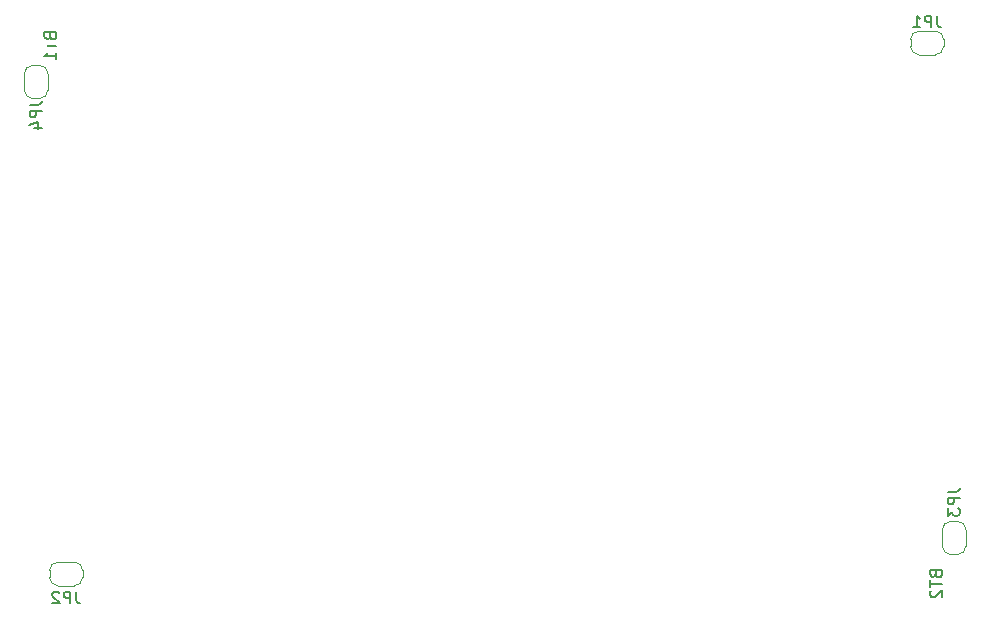
<source format=gbo>
%TF.GenerationSoftware,KiCad,Pcbnew,7.0.2-6a45011f42~172~ubuntu20.04.1*%
%TF.CreationDate,2023-07-24T18:38:05+02:00*%
%TF.ProjectId,pongCard,706f6e67-4361-4726-942e-6b696361645f,rev?*%
%TF.SameCoordinates,Original*%
%TF.FileFunction,Legend,Bot*%
%TF.FilePolarity,Positive*%
%FSLAX46Y46*%
G04 Gerber Fmt 4.6, Leading zero omitted, Abs format (unit mm)*
G04 Created by KiCad (PCBNEW 7.0.2-6a45011f42~172~ubuntu20.04.1) date 2023-07-24 18:38:05*
%MOMM*%
%LPD*%
G01*
G04 APERTURE LIST*
G04 Aperture macros list*
%AMFreePoly0*
4,1,19,0.500000,-0.750000,0.000000,-0.750000,0.000000,-0.744911,-0.071157,-0.744911,-0.207708,-0.704816,-0.327430,-0.627875,-0.420627,-0.520320,-0.479746,-0.390866,-0.500000,-0.250000,-0.500000,0.250000,-0.479746,0.390866,-0.420627,0.520320,-0.327430,0.627875,-0.207708,0.704816,-0.071157,0.744911,0.000000,0.744911,0.000000,0.750000,0.500000,0.750000,0.500000,-0.750000,0.500000,-0.750000,
$1*%
%AMFreePoly1*
4,1,19,0.000000,0.744911,0.071157,0.744911,0.207708,0.704816,0.327430,0.627875,0.420627,0.520320,0.479746,0.390866,0.500000,0.250000,0.500000,-0.250000,0.479746,-0.390866,0.420627,-0.520320,0.327430,-0.627875,0.207708,-0.704816,0.071157,-0.744911,0.000000,-0.744911,0.000000,-0.750000,-0.500000,-0.750000,-0.500000,0.750000,0.000000,0.750000,0.000000,0.744911,0.000000,0.744911,
$1*%
G04 Aperture macros list end*
%ADD10C,0.150000*%
%ADD11C,0.120000*%
%ADD12C,0.100000*%
%ADD13O,1.200000X1.900000*%
%ADD14C,1.450000*%
%ADD15R,2.500000X1.100000*%
%ADD16O,2.500000X1.100000*%
%ADD17O,1.100000X2.500000*%
%ADD18C,1.700000*%
%ADD19O,1.700000X1.700000*%
%ADD20R,1.727200X1.727200*%
%ADD21O,1.727200X1.727200*%
%ADD22C,2.000000*%
%ADD23C,1.600000*%
%ADD24C,0.900000*%
%ADD25R,2.000000X2.000000*%
%ADD26FreePoly0,270.000000*%
%ADD27FreePoly1,270.000000*%
%ADD28FreePoly0,90.000000*%
%ADD29FreePoly1,90.000000*%
%ADD30FreePoly0,180.000000*%
%ADD31FreePoly1,180.000000*%
%ADD32FreePoly0,0.000000*%
%ADD33FreePoly1,0.000000*%
G04 APERTURE END LIST*
D10*
X64305809Y-64266285D02*
X64353428Y-64409142D01*
X64353428Y-64409142D02*
X64401047Y-64456761D01*
X64401047Y-64456761D02*
X64496285Y-64504380D01*
X64496285Y-64504380D02*
X64639142Y-64504380D01*
X64639142Y-64504380D02*
X64734380Y-64456761D01*
X64734380Y-64456761D02*
X64782000Y-64409142D01*
X64782000Y-64409142D02*
X64829619Y-64313904D01*
X64829619Y-64313904D02*
X64829619Y-63932952D01*
X64829619Y-63932952D02*
X63829619Y-63932952D01*
X63829619Y-63932952D02*
X63829619Y-64266285D01*
X63829619Y-64266285D02*
X63877238Y-64361523D01*
X63877238Y-64361523D02*
X63924857Y-64409142D01*
X63924857Y-64409142D02*
X64020095Y-64456761D01*
X64020095Y-64456761D02*
X64115333Y-64456761D01*
X64115333Y-64456761D02*
X64210571Y-64409142D01*
X64210571Y-64409142D02*
X64258190Y-64361523D01*
X64258190Y-64361523D02*
X64305809Y-64266285D01*
X64305809Y-64266285D02*
X64305809Y-63932952D01*
X63829619Y-64790095D02*
X63829619Y-65361523D01*
X64829619Y-65075809D02*
X63829619Y-65075809D01*
X64829619Y-66218666D02*
X64829619Y-65647238D01*
X64829619Y-65932952D02*
X63829619Y-65932952D01*
X63829619Y-65932952D02*
X63972476Y-65837714D01*
X63972476Y-65837714D02*
X64067714Y-65742476D01*
X64067714Y-65742476D02*
X64115333Y-65647238D01*
X62581619Y-70080666D02*
X63295904Y-70080666D01*
X63295904Y-70080666D02*
X63438761Y-70033047D01*
X63438761Y-70033047D02*
X63534000Y-69937809D01*
X63534000Y-69937809D02*
X63581619Y-69794952D01*
X63581619Y-69794952D02*
X63581619Y-69699714D01*
X63581619Y-70556857D02*
X62581619Y-70556857D01*
X62581619Y-70556857D02*
X62581619Y-70937809D01*
X62581619Y-70937809D02*
X62629238Y-71033047D01*
X62629238Y-71033047D02*
X62676857Y-71080666D01*
X62676857Y-71080666D02*
X62772095Y-71128285D01*
X62772095Y-71128285D02*
X62914952Y-71128285D01*
X62914952Y-71128285D02*
X63010190Y-71080666D01*
X63010190Y-71080666D02*
X63057809Y-71033047D01*
X63057809Y-71033047D02*
X63105428Y-70937809D01*
X63105428Y-70937809D02*
X63105428Y-70556857D01*
X62914952Y-71985428D02*
X63581619Y-71985428D01*
X62534000Y-71747333D02*
X63248285Y-71509238D01*
X63248285Y-71509238D02*
X63248285Y-72128285D01*
X140305619Y-102846666D02*
X141019904Y-102846666D01*
X141019904Y-102846666D02*
X141162761Y-102799047D01*
X141162761Y-102799047D02*
X141258000Y-102703809D01*
X141258000Y-102703809D02*
X141305619Y-102560952D01*
X141305619Y-102560952D02*
X141305619Y-102465714D01*
X141305619Y-103322857D02*
X140305619Y-103322857D01*
X140305619Y-103322857D02*
X140305619Y-103703809D01*
X140305619Y-103703809D02*
X140353238Y-103799047D01*
X140353238Y-103799047D02*
X140400857Y-103846666D01*
X140400857Y-103846666D02*
X140496095Y-103894285D01*
X140496095Y-103894285D02*
X140638952Y-103894285D01*
X140638952Y-103894285D02*
X140734190Y-103846666D01*
X140734190Y-103846666D02*
X140781809Y-103799047D01*
X140781809Y-103799047D02*
X140829428Y-103703809D01*
X140829428Y-103703809D02*
X140829428Y-103322857D01*
X140305619Y-104227619D02*
X140305619Y-104846666D01*
X140305619Y-104846666D02*
X140686571Y-104513333D01*
X140686571Y-104513333D02*
X140686571Y-104656190D01*
X140686571Y-104656190D02*
X140734190Y-104751428D01*
X140734190Y-104751428D02*
X140781809Y-104799047D01*
X140781809Y-104799047D02*
X140877047Y-104846666D01*
X140877047Y-104846666D02*
X141115142Y-104846666D01*
X141115142Y-104846666D02*
X141210380Y-104799047D01*
X141210380Y-104799047D02*
X141258000Y-104751428D01*
X141258000Y-104751428D02*
X141305619Y-104656190D01*
X141305619Y-104656190D02*
X141305619Y-104370476D01*
X141305619Y-104370476D02*
X141258000Y-104275238D01*
X141258000Y-104275238D02*
X141210380Y-104227619D01*
X139279809Y-109806285D02*
X139327428Y-109949142D01*
X139327428Y-109949142D02*
X139375047Y-109996761D01*
X139375047Y-109996761D02*
X139470285Y-110044380D01*
X139470285Y-110044380D02*
X139613142Y-110044380D01*
X139613142Y-110044380D02*
X139708380Y-109996761D01*
X139708380Y-109996761D02*
X139756000Y-109949142D01*
X139756000Y-109949142D02*
X139803619Y-109853904D01*
X139803619Y-109853904D02*
X139803619Y-109472952D01*
X139803619Y-109472952D02*
X138803619Y-109472952D01*
X138803619Y-109472952D02*
X138803619Y-109806285D01*
X138803619Y-109806285D02*
X138851238Y-109901523D01*
X138851238Y-109901523D02*
X138898857Y-109949142D01*
X138898857Y-109949142D02*
X138994095Y-109996761D01*
X138994095Y-109996761D02*
X139089333Y-109996761D01*
X139089333Y-109996761D02*
X139184571Y-109949142D01*
X139184571Y-109949142D02*
X139232190Y-109901523D01*
X139232190Y-109901523D02*
X139279809Y-109806285D01*
X139279809Y-109806285D02*
X139279809Y-109472952D01*
X138803619Y-110330095D02*
X138803619Y-110901523D01*
X139803619Y-110615809D02*
X138803619Y-110615809D01*
X138898857Y-111187238D02*
X138851238Y-111234857D01*
X138851238Y-111234857D02*
X138803619Y-111330095D01*
X138803619Y-111330095D02*
X138803619Y-111568190D01*
X138803619Y-111568190D02*
X138851238Y-111663428D01*
X138851238Y-111663428D02*
X138898857Y-111711047D01*
X138898857Y-111711047D02*
X138994095Y-111758666D01*
X138994095Y-111758666D02*
X139089333Y-111758666D01*
X139089333Y-111758666D02*
X139232190Y-111711047D01*
X139232190Y-111711047D02*
X139803619Y-111139619D01*
X139803619Y-111139619D02*
X139803619Y-111758666D01*
X66492333Y-111270619D02*
X66492333Y-111984904D01*
X66492333Y-111984904D02*
X66539952Y-112127761D01*
X66539952Y-112127761D02*
X66635190Y-112223000D01*
X66635190Y-112223000D02*
X66778047Y-112270619D01*
X66778047Y-112270619D02*
X66873285Y-112270619D01*
X66016142Y-112270619D02*
X66016142Y-111270619D01*
X66016142Y-111270619D02*
X65635190Y-111270619D01*
X65635190Y-111270619D02*
X65539952Y-111318238D01*
X65539952Y-111318238D02*
X65492333Y-111365857D01*
X65492333Y-111365857D02*
X65444714Y-111461095D01*
X65444714Y-111461095D02*
X65444714Y-111603952D01*
X65444714Y-111603952D02*
X65492333Y-111699190D01*
X65492333Y-111699190D02*
X65539952Y-111746809D01*
X65539952Y-111746809D02*
X65635190Y-111794428D01*
X65635190Y-111794428D02*
X66016142Y-111794428D01*
X65063761Y-111365857D02*
X65016142Y-111318238D01*
X65016142Y-111318238D02*
X64920904Y-111270619D01*
X64920904Y-111270619D02*
X64682809Y-111270619D01*
X64682809Y-111270619D02*
X64587571Y-111318238D01*
X64587571Y-111318238D02*
X64539952Y-111365857D01*
X64539952Y-111365857D02*
X64492333Y-111461095D01*
X64492333Y-111461095D02*
X64492333Y-111556333D01*
X64492333Y-111556333D02*
X64539952Y-111699190D01*
X64539952Y-111699190D02*
X65111380Y-112270619D01*
X65111380Y-112270619D02*
X64492333Y-112270619D01*
X139390333Y-62502619D02*
X139390333Y-63216904D01*
X139390333Y-63216904D02*
X139437952Y-63359761D01*
X139437952Y-63359761D02*
X139533190Y-63455000D01*
X139533190Y-63455000D02*
X139676047Y-63502619D01*
X139676047Y-63502619D02*
X139771285Y-63502619D01*
X138914142Y-63502619D02*
X138914142Y-62502619D01*
X138914142Y-62502619D02*
X138533190Y-62502619D01*
X138533190Y-62502619D02*
X138437952Y-62550238D01*
X138437952Y-62550238D02*
X138390333Y-62597857D01*
X138390333Y-62597857D02*
X138342714Y-62693095D01*
X138342714Y-62693095D02*
X138342714Y-62835952D01*
X138342714Y-62835952D02*
X138390333Y-62931190D01*
X138390333Y-62931190D02*
X138437952Y-62978809D01*
X138437952Y-62978809D02*
X138533190Y-63026428D01*
X138533190Y-63026428D02*
X138914142Y-63026428D01*
X137390333Y-63502619D02*
X137961761Y-63502619D01*
X137676047Y-63502619D02*
X137676047Y-62502619D01*
X137676047Y-62502619D02*
X137771285Y-62645476D01*
X137771285Y-62645476D02*
X137866523Y-62740714D01*
X137866523Y-62740714D02*
X137961761Y-62788333D01*
D11*
X63419000Y-66720000D02*
X62819000Y-66720000D01*
X62119000Y-67420000D02*
X62119000Y-68820000D01*
X64119000Y-68820000D02*
X64119000Y-67420000D01*
X62819000Y-69520000D02*
X63419000Y-69520000D01*
X64119000Y-67420000D02*
G75*
G03*
X63419000Y-66720000I-699999J1D01*
G01*
X62819000Y-66720000D02*
G75*
G03*
X62119000Y-67420000I-1J-699999D01*
G01*
X63419000Y-69520000D02*
G75*
G03*
X64119000Y-68820000I0J700000D01*
G01*
X62119000Y-68820000D02*
G75*
G03*
X62819000Y-69520000I700000J0D01*
G01*
X140543000Y-108128000D02*
X141143000Y-108128000D01*
X141843000Y-107428000D02*
X141843000Y-106028000D01*
X139843000Y-106028000D02*
X139843000Y-107428000D01*
X141143000Y-105328000D02*
X140543000Y-105328000D01*
X139843000Y-107428000D02*
G75*
G03*
X140543000Y-108128000I699999J-1D01*
G01*
X141143000Y-108128000D02*
G75*
G03*
X141843000Y-107428000I1J699999D01*
G01*
X140543000Y-105328000D02*
G75*
G03*
X139843000Y-106028000I0J-700000D01*
G01*
X141843000Y-106028000D02*
G75*
G03*
X141143000Y-105328000I-700000J0D01*
G01*
X67059000Y-110076000D02*
X67059000Y-109476000D01*
X66359000Y-108776000D02*
X64959000Y-108776000D01*
X64959000Y-110776000D02*
X66359000Y-110776000D01*
X64259000Y-109476000D02*
X64259000Y-110076000D01*
X66359000Y-110776000D02*
G75*
G03*
X67059000Y-110076000I1J699999D01*
G01*
X67059000Y-109476000D02*
G75*
G03*
X66359000Y-108776000I-699999J1D01*
G01*
X64259000Y-110076000D02*
G75*
G03*
X64959000Y-110776000I700000J0D01*
G01*
X64959000Y-108776000D02*
G75*
G03*
X64259000Y-109476000I0J-700000D01*
G01*
X137157000Y-64518000D02*
X137157000Y-65118000D01*
X137857000Y-65818000D02*
X139257000Y-65818000D01*
X139257000Y-63818000D02*
X137857000Y-63818000D01*
X139957000Y-65118000D02*
X139957000Y-64518000D01*
X137857000Y-63818000D02*
G75*
G03*
X137157000Y-64518000I-1J-699999D01*
G01*
X137157000Y-65118000D02*
G75*
G03*
X137857000Y-65818000I699999J-1D01*
G01*
X139957000Y-64518000D02*
G75*
G03*
X139257000Y-63818000I-700000J0D01*
G01*
X139257000Y-65818000D02*
G75*
G03*
X139957000Y-65118000I0J700000D01*
G01*
%LPC*%
D12*
X124841000Y-61262000D02*
X121793000Y-61262000D01*
X121793000Y-60500000D01*
X124841000Y-60500000D01*
X124841000Y-61262000D01*
G36*
X124841000Y-61262000D02*
G01*
X121793000Y-61262000D01*
X121793000Y-60500000D01*
X124841000Y-60500000D01*
X124841000Y-61262000D01*
G37*
D13*
X91297000Y-62880000D03*
D14*
X90297000Y-65580000D03*
X85297000Y-65580000D03*
D13*
X84297000Y-62880000D03*
D15*
X95185000Y-69390000D03*
D16*
X95185000Y-71390000D03*
X95185000Y-73390000D03*
X95185000Y-75390000D03*
X95185000Y-77390000D03*
X95185000Y-79390000D03*
X95185000Y-81390000D03*
X95185000Y-83390000D03*
X110585000Y-83390000D03*
X110485000Y-81390000D03*
X110585000Y-79390000D03*
X110585000Y-77390000D03*
X110585000Y-75390000D03*
X110585000Y-73390000D03*
X110585000Y-71390000D03*
X110585000Y-69390000D03*
D17*
X97875000Y-85090000D03*
X99875000Y-85090000D03*
X101875000Y-85090000D03*
X103875000Y-85090000D03*
X105875000Y-85090000D03*
X107875000Y-85090000D03*
D18*
X129413000Y-83614000D03*
D19*
X129413000Y-86154000D03*
X126873000Y-83614000D03*
X126873000Y-86154000D03*
X124333000Y-83614000D03*
X124333000Y-86154000D03*
X121793000Y-83614000D03*
X121793000Y-86154000D03*
D20*
X85725000Y-88440000D03*
D21*
X85725000Y-90980000D03*
X83185000Y-88440000D03*
X83185000Y-90980000D03*
X80645000Y-88440000D03*
X80645000Y-90980000D03*
X78105000Y-88440000D03*
X78105000Y-90980000D03*
D18*
X121793000Y-81074000D03*
D19*
X121793000Y-78534000D03*
X124333000Y-81074000D03*
X124333000Y-78534000D03*
X126873000Y-81074000D03*
X126873000Y-78534000D03*
X129413000Y-81074000D03*
X129413000Y-78534000D03*
D22*
X62985000Y-65072000D03*
D23*
X65485000Y-67322000D03*
D22*
X66735000Y-65097000D03*
D23*
X65485000Y-107322000D03*
D22*
X62985000Y-109822000D03*
D23*
X67985000Y-107322000D03*
D22*
X70485000Y-109572000D03*
D23*
X67985000Y-67322000D03*
D22*
X70485000Y-65072000D03*
D24*
X80969000Y-63378000D03*
X77969000Y-63378000D03*
D22*
X141097000Y-109568000D03*
D23*
X138597000Y-107318000D03*
D22*
X137347000Y-109543000D03*
D23*
X138597000Y-67318000D03*
D22*
X141097000Y-64818000D03*
D23*
X136097000Y-67318000D03*
D22*
X133597000Y-65068000D03*
D23*
X136097000Y-107318000D03*
D22*
X133597000Y-109568000D03*
D25*
X73787000Y-65072000D03*
D22*
X73787000Y-110572000D03*
D26*
X63119000Y-67470000D03*
D27*
X63119000Y-68770000D03*
D28*
X140843000Y-107378000D03*
D29*
X140843000Y-106078000D03*
D25*
X129921000Y-110572000D03*
D22*
X129921000Y-65072000D03*
D30*
X66309000Y-109776000D03*
D31*
X65009000Y-109776000D03*
D32*
X137907000Y-64818000D03*
D33*
X139207000Y-64818000D03*
%LPD*%
M02*

</source>
